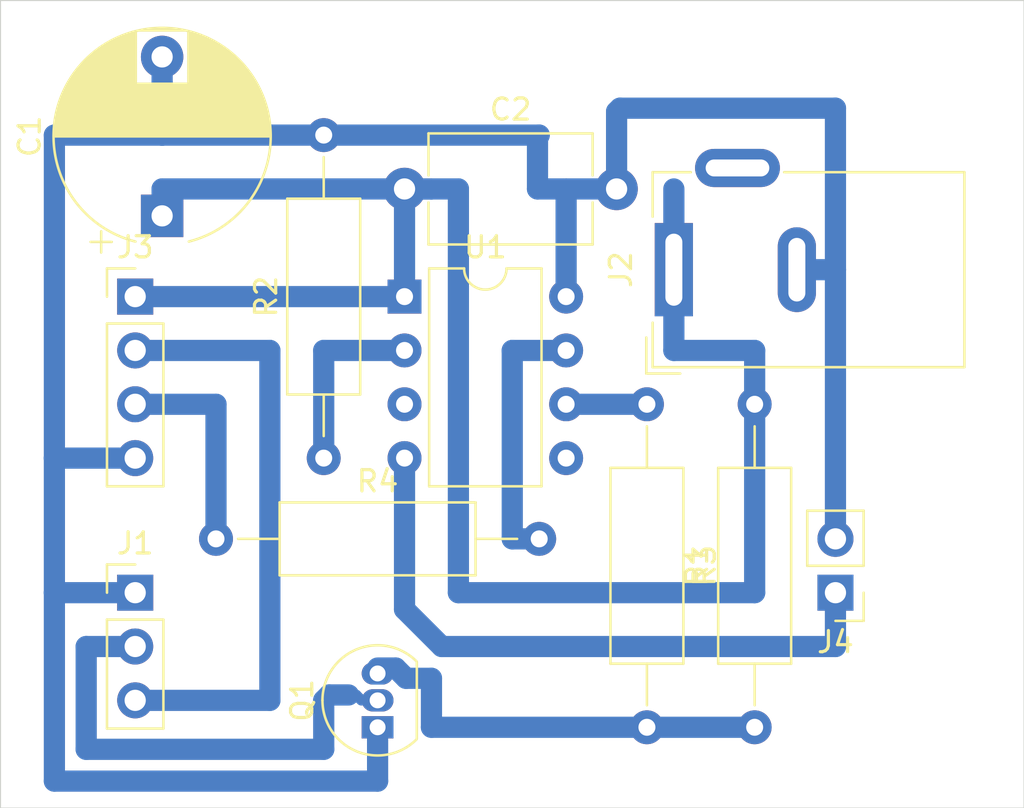
<source format=kicad_pcb>
(kicad_pcb (version 20171130) (host pcbnew "(5.1.9)-1")

  (general
    (thickness 1.6)
    (drawings 4)
    (tracks 66)
    (zones 0)
    (modules 12)
    (nets 11)
  )

  (page A4)
  (layers
    (0 F.Cu jumper)
    (31 B.Cu mixed)
    (33 F.Adhes user)
    (35 F.Paste user)
    (37 F.SilkS user)
    (39 F.Mask user)
    (40 Dwgs.User user)
    (41 Cmts.User user)
    (42 Eco1.User user)
    (43 Eco2.User user)
    (44 Edge.Cuts user)
    (45 Margin user)
    (46 B.CrtYd user)
    (47 F.CrtYd user)
    (49 F.Fab user)
  )

  (setup
    (last_trace_width 0.5)
    (user_trace_width 0.5)
    (user_trace_width 2)
    (trace_clearance 0.5)
    (zone_clearance 0.508)
    (zone_45_only no)
    (trace_min 0.2)
    (via_size 0.8)
    (via_drill 0.4)
    (via_min_size 0.4)
    (via_min_drill 0.3)
    (uvia_size 0.3)
    (uvia_drill 0.1)
    (uvias_allowed no)
    (uvia_min_size 0.2)
    (uvia_min_drill 0.1)
    (edge_width 0.05)
    (segment_width 0.2)
    (pcb_text_width 0.3)
    (pcb_text_size 1.5 1.5)
    (mod_edge_width 0.12)
    (mod_text_size 1 1)
    (mod_text_width 0.15)
    (pad_size 1.524 1.524)
    (pad_drill 0.762)
    (pad_to_mask_clearance 0.051)
    (solder_mask_min_width 0.25)
    (aux_axis_origin 0 0)
    (visible_elements 7FFFFFFF)
    (pcbplotparams
      (layerselection 0x01000_fffffffe)
      (usegerberextensions false)
      (usegerberattributes false)
      (usegerberadvancedattributes false)
      (creategerberjobfile false)
      (excludeedgelayer true)
      (linewidth 0.100000)
      (plotframeref false)
      (viasonmask false)
      (mode 1)
      (useauxorigin false)
      (hpglpennumber 1)
      (hpglpenspeed 20)
      (hpglpendiameter 15.000000)
      (psnegative false)
      (psa4output false)
      (plotreference true)
      (plotvalue true)
      (plotinvisibletext false)
      (padsonsilk false)
      (subtractmaskfromsilk false)
      (outputformat 4)
      (mirror true)
      (drillshape 0)
      (scaleselection 1)
      (outputdirectory ""))
  )

  (net 0 "")
  (net 1 GNDD)
  (net 2 +5P)
  (net 3 "Net-(J1-Pad2)")
  (net 4 "Net-(R3-Pad1)")
  (net 5 "Net-(J1-Pad3)")
  (net 6 "Net-(J3-Pad3)")
  (net 7 "Net-(Q1-Pad3)")
  (net 8 "Net-(R2-Pad1)")
  (net 9 "Net-(R4-Pad2)")
  (net 10 "Net-(J4-Pad1)")

  (net_class Default "This is the default net class."
    (clearance 0.5)
    (trace_width 1)
    (via_dia 0.8)
    (via_drill 0.4)
    (uvia_dia 0.3)
    (uvia_drill 0.1)
    (add_net +5P)
    (add_net GNDD)
    (add_net "Net-(J1-Pad2)")
    (add_net "Net-(J1-Pad3)")
    (add_net "Net-(J3-Pad3)")
    (add_net "Net-(J4-Pad1)")
    (add_net "Net-(Q1-Pad3)")
    (add_net "Net-(R2-Pad1)")
    (add_net "Net-(R3-Pad1)")
    (add_net "Net-(R4-Pad2)")
  )

  (module Package_TO_SOT_THT:TO-92_Inline (layer F.Cu) (tedit 5A1DD157) (tstamp 6176F99E)
    (at 86.36 52.07 90)
    (descr "TO-92 leads in-line, narrow, oval pads, drill 0.75mm (see NXP sot054_po.pdf)")
    (tags "to-92 sc-43 sc-43a sot54 PA33 transistor")
    (path /6174AC5A)
    (fp_text reference Q1 (at 1.27 -3.56 90) (layer F.SilkS)
      (effects (font (size 1 1) (thickness 0.15)))
    )
    (fp_text value 2N7000 (at 1.27 2.79 90) (layer F.Fab)
      (effects (font (size 1 1) (thickness 0.15)))
    )
    (fp_line (start 4 2.01) (end -1.46 2.01) (layer F.CrtYd) (width 0.05))
    (fp_line (start 4 2.01) (end 4 -2.73) (layer F.CrtYd) (width 0.05))
    (fp_line (start -1.46 -2.73) (end -1.46 2.01) (layer F.CrtYd) (width 0.05))
    (fp_line (start -1.46 -2.73) (end 4 -2.73) (layer F.CrtYd) (width 0.05))
    (fp_line (start -0.5 1.75) (end 3 1.75) (layer F.Fab) (width 0.1))
    (fp_line (start -0.53 1.85) (end 3.07 1.85) (layer F.SilkS) (width 0.12))
    (fp_text user %R (at 1.27 0 90) (layer F.Fab)
      (effects (font (size 1 1) (thickness 0.15)))
    )
    (fp_arc (start 1.27 0) (end 1.27 -2.48) (angle 135) (layer F.Fab) (width 0.1))
    (fp_arc (start 1.27 0) (end 1.27 -2.6) (angle -135) (layer F.SilkS) (width 0.12))
    (fp_arc (start 1.27 0) (end 1.27 -2.48) (angle -135) (layer F.Fab) (width 0.1))
    (fp_arc (start 1.27 0) (end 1.27 -2.6) (angle 135) (layer F.SilkS) (width 0.12))
    (pad 2 thru_hole oval (at 1.27 0 90) (size 1.05 1.5) (drill 0.75) (layers *.Cu *.Mask)
      (net 3 "Net-(J1-Pad2)"))
    (pad 3 thru_hole oval (at 2.54 0 90) (size 1.05 1.5) (drill 0.75) (layers *.Cu *.Mask)
      (net 7 "Net-(Q1-Pad3)"))
    (pad 1 thru_hole rect (at 0 0 90) (size 1.05 1.5) (drill 0.75) (layers *.Cu *.Mask)
      (net 1 GNDD))
    (model ${KISYS3DMOD}/Package_TO_SOT_THT.3dshapes/TO-92_Inline.wrl
      (at (xyz 0 0 0))
      (scale (xyz 1 1 1))
      (rotate (xyz 0 0 0))
    )
  )

  (module Connector_PinHeader_2.54mm:PinHeader_1x02_P2.54mm_Vertical (layer F.Cu) (tedit 59FED5CC) (tstamp 61A1F1F6)
    (at 107.95 45.72 180)
    (descr "Through hole straight pin header, 1x02, 2.54mm pitch, single row")
    (tags "Through hole pin header THT 1x02 2.54mm single row")
    (path /61A247ED)
    (fp_text reference J4 (at 0 -2.33) (layer F.SilkS)
      (effects (font (size 1 1) (thickness 0.15)))
    )
    (fp_text value Jumper (at 0 4.87) (layer F.Fab)
      (effects (font (size 1 1) (thickness 0.15)))
    )
    (fp_text user %R (at 0 1.27 90) (layer F.Fab)
      (effects (font (size 1 1) (thickness 0.15)))
    )
    (fp_line (start -0.635 -1.27) (end 1.27 -1.27) (layer F.Fab) (width 0.1))
    (fp_line (start 1.27 -1.27) (end 1.27 3.81) (layer F.Fab) (width 0.1))
    (fp_line (start 1.27 3.81) (end -1.27 3.81) (layer F.Fab) (width 0.1))
    (fp_line (start -1.27 3.81) (end -1.27 -0.635) (layer F.Fab) (width 0.1))
    (fp_line (start -1.27 -0.635) (end -0.635 -1.27) (layer F.Fab) (width 0.1))
    (fp_line (start -1.33 3.87) (end 1.33 3.87) (layer F.SilkS) (width 0.12))
    (fp_line (start -1.33 1.27) (end -1.33 3.87) (layer F.SilkS) (width 0.12))
    (fp_line (start 1.33 1.27) (end 1.33 3.87) (layer F.SilkS) (width 0.12))
    (fp_line (start -1.33 1.27) (end 1.33 1.27) (layer F.SilkS) (width 0.12))
    (fp_line (start -1.33 0) (end -1.33 -1.33) (layer F.SilkS) (width 0.12))
    (fp_line (start -1.33 -1.33) (end 0 -1.33) (layer F.SilkS) (width 0.12))
    (fp_line (start -1.8 -1.8) (end -1.8 4.35) (layer F.CrtYd) (width 0.05))
    (fp_line (start -1.8 4.35) (end 1.8 4.35) (layer F.CrtYd) (width 0.05))
    (fp_line (start 1.8 4.35) (end 1.8 -1.8) (layer F.CrtYd) (width 0.05))
    (fp_line (start 1.8 -1.8) (end -1.8 -1.8) (layer F.CrtYd) (width 0.05))
    (pad 2 thru_hole oval (at 0 2.54 180) (size 1.7 1.7) (drill 1) (layers *.Cu *.Mask)
      (net 1 GNDD))
    (pad 1 thru_hole rect (at 0 0 180) (size 1.7 1.7) (drill 1) (layers *.Cu *.Mask)
      (net 10 "Net-(J4-Pad1)"))
    (model ${KISYS3DMOD}/Connector_PinHeader_2.54mm.3dshapes/PinHeader_1x02_P2.54mm_Vertical.wrl
      (at (xyz 0 0 0))
      (scale (xyz 1 1 1))
      (rotate (xyz 0 0 0))
    )
  )

  (module Capacitor_THT:C_Disc_D7.5mm_W5.0mm_P10.00mm (layer F.Cu) (tedit 5AE50EF0) (tstamp 61784D09)
    (at 87.63 26.67)
    (descr "C, Disc series, Radial, pin pitch=10.00mm, , diameter*width=7.5*5.0mm^2, Capacitor, http://www.vishay.com/docs/28535/vy2series.pdf")
    (tags "C Disc series Radial pin pitch 10.00mm  diameter 7.5mm width 5.0mm Capacitor")
    (path /61781CDD)
    (fp_text reference C2 (at 5 -3.75) (layer F.SilkS)
      (effects (font (size 1 1) (thickness 0.15)))
    )
    (fp_text value 100nF (at 5 3.75) (layer F.Fab)
      (effects (font (size 1 1) (thickness 0.15)))
    )
    (fp_line (start 11.25 -2.75) (end -1.25 -2.75) (layer F.CrtYd) (width 0.05))
    (fp_line (start 11.25 2.75) (end 11.25 -2.75) (layer F.CrtYd) (width 0.05))
    (fp_line (start -1.25 2.75) (end 11.25 2.75) (layer F.CrtYd) (width 0.05))
    (fp_line (start -1.25 -2.75) (end -1.25 2.75) (layer F.CrtYd) (width 0.05))
    (fp_line (start 8.87 0.636) (end 8.87 2.62) (layer F.SilkS) (width 0.12))
    (fp_line (start 8.87 -2.62) (end 8.87 -0.636) (layer F.SilkS) (width 0.12))
    (fp_line (start 1.13 0.636) (end 1.13 2.62) (layer F.SilkS) (width 0.12))
    (fp_line (start 1.13 -2.62) (end 1.13 -0.636) (layer F.SilkS) (width 0.12))
    (fp_line (start 1.13 2.62) (end 8.87 2.62) (layer F.SilkS) (width 0.12))
    (fp_line (start 1.13 -2.62) (end 8.87 -2.62) (layer F.SilkS) (width 0.12))
    (fp_line (start 8.75 -2.5) (end 1.25 -2.5) (layer F.Fab) (width 0.1))
    (fp_line (start 8.75 2.5) (end 8.75 -2.5) (layer F.Fab) (width 0.1))
    (fp_line (start 1.25 2.5) (end 8.75 2.5) (layer F.Fab) (width 0.1))
    (fp_line (start 1.25 -2.5) (end 1.25 2.5) (layer F.Fab) (width 0.1))
    (fp_text user %R (at 5 0) (layer F.Fab)
      (effects (font (size 1 1) (thickness 0.15)))
    )
    (pad 2 thru_hole circle (at 10 0) (size 2 2) (drill 1) (layers *.Cu *.Mask)
      (net 1 GNDD))
    (pad 1 thru_hole circle (at 0 0) (size 2 2) (drill 1) (layers *.Cu *.Mask)
      (net 2 +5P))
    (model ${KISYS3DMOD}/Capacitor_THT.3dshapes/C_Disc_D7.5mm_W5.0mm_P10.00mm.wrl
      (at (xyz 0 0 0))
      (scale (xyz 1 1 1))
      (rotate (xyz 0 0 0))
    )
  )

  (module Capacitor_THT:CP_Radial_D10.0mm_P7.50mm (layer F.Cu) (tedit 5AE50EF1) (tstamp 61784CF4)
    (at 76.2 27.94 90)
    (descr "CP, Radial series, Radial, pin pitch=7.50mm, , diameter=10mm, Electrolytic Capacitor")
    (tags "CP Radial series Radial pin pitch 7.50mm  diameter 10mm Electrolytic Capacitor")
    (path /617830B4)
    (fp_text reference C1 (at 3.75 -6.25 90) (layer F.SilkS)
      (effects (font (size 1 1) (thickness 0.15)))
    )
    (fp_text value 100uF (at 3.75 6.25 90) (layer F.Fab)
      (effects (font (size 1 1) (thickness 0.15)))
    )
    (fp_line (start -1.229646 -3.375) (end -1.229646 -2.375) (layer F.SilkS) (width 0.12))
    (fp_line (start -1.729646 -2.875) (end -0.729646 -2.875) (layer F.SilkS) (width 0.12))
    (fp_line (start 8.831 -0.599) (end 8.831 0.599) (layer F.SilkS) (width 0.12))
    (fp_line (start 8.791 -0.862) (end 8.791 0.862) (layer F.SilkS) (width 0.12))
    (fp_line (start 8.751 -1.062) (end 8.751 1.062) (layer F.SilkS) (width 0.12))
    (fp_line (start 8.671 1.241) (end 8.671 1.378) (layer F.SilkS) (width 0.12))
    (fp_line (start 8.671 -1.378) (end 8.671 -1.241) (layer F.SilkS) (width 0.12))
    (fp_line (start 8.631 1.241) (end 8.631 1.51) (layer F.SilkS) (width 0.12))
    (fp_line (start 8.631 -1.51) (end 8.631 -1.241) (layer F.SilkS) (width 0.12))
    (fp_line (start 8.591 1.241) (end 8.591 1.63) (layer F.SilkS) (width 0.12))
    (fp_line (start 8.591 -1.63) (end 8.591 -1.241) (layer F.SilkS) (width 0.12))
    (fp_line (start 8.551 1.241) (end 8.551 1.742) (layer F.SilkS) (width 0.12))
    (fp_line (start 8.551 -1.742) (end 8.551 -1.241) (layer F.SilkS) (width 0.12))
    (fp_line (start 8.511 1.241) (end 8.511 1.846) (layer F.SilkS) (width 0.12))
    (fp_line (start 8.511 -1.846) (end 8.511 -1.241) (layer F.SilkS) (width 0.12))
    (fp_line (start 8.471 1.241) (end 8.471 1.944) (layer F.SilkS) (width 0.12))
    (fp_line (start 8.471 -1.944) (end 8.471 -1.241) (layer F.SilkS) (width 0.12))
    (fp_line (start 8.431 1.241) (end 8.431 2.037) (layer F.SilkS) (width 0.12))
    (fp_line (start 8.431 -2.037) (end 8.431 -1.241) (layer F.SilkS) (width 0.12))
    (fp_line (start 8.391 1.241) (end 8.391 2.125) (layer F.SilkS) (width 0.12))
    (fp_line (start 8.391 -2.125) (end 8.391 -1.241) (layer F.SilkS) (width 0.12))
    (fp_line (start 8.351 1.241) (end 8.351 2.209) (layer F.SilkS) (width 0.12))
    (fp_line (start 8.351 -2.209) (end 8.351 -1.241) (layer F.SilkS) (width 0.12))
    (fp_line (start 8.311 1.241) (end 8.311 2.289) (layer F.SilkS) (width 0.12))
    (fp_line (start 8.311 -2.289) (end 8.311 -1.241) (layer F.SilkS) (width 0.12))
    (fp_line (start 8.271 1.241) (end 8.271 2.365) (layer F.SilkS) (width 0.12))
    (fp_line (start 8.271 -2.365) (end 8.271 -1.241) (layer F.SilkS) (width 0.12))
    (fp_line (start 8.231 1.241) (end 8.231 2.439) (layer F.SilkS) (width 0.12))
    (fp_line (start 8.231 -2.439) (end 8.231 -1.241) (layer F.SilkS) (width 0.12))
    (fp_line (start 8.191 1.241) (end 8.191 2.51) (layer F.SilkS) (width 0.12))
    (fp_line (start 8.191 -2.51) (end 8.191 -1.241) (layer F.SilkS) (width 0.12))
    (fp_line (start 8.151 1.241) (end 8.151 2.579) (layer F.SilkS) (width 0.12))
    (fp_line (start 8.151 -2.579) (end 8.151 -1.241) (layer F.SilkS) (width 0.12))
    (fp_line (start 8.111 1.241) (end 8.111 2.645) (layer F.SilkS) (width 0.12))
    (fp_line (start 8.111 -2.645) (end 8.111 -1.241) (layer F.SilkS) (width 0.12))
    (fp_line (start 8.071 1.241) (end 8.071 2.709) (layer F.SilkS) (width 0.12))
    (fp_line (start 8.071 -2.709) (end 8.071 -1.241) (layer F.SilkS) (width 0.12))
    (fp_line (start 8.031 1.241) (end 8.031 2.77) (layer F.SilkS) (width 0.12))
    (fp_line (start 8.031 -2.77) (end 8.031 -1.241) (layer F.SilkS) (width 0.12))
    (fp_line (start 7.991 1.241) (end 7.991 2.83) (layer F.SilkS) (width 0.12))
    (fp_line (start 7.991 -2.83) (end 7.991 -1.241) (layer F.SilkS) (width 0.12))
    (fp_line (start 7.951 1.241) (end 7.951 2.889) (layer F.SilkS) (width 0.12))
    (fp_line (start 7.951 -2.889) (end 7.951 -1.241) (layer F.SilkS) (width 0.12))
    (fp_line (start 7.911 1.241) (end 7.911 2.945) (layer F.SilkS) (width 0.12))
    (fp_line (start 7.911 -2.945) (end 7.911 -1.241) (layer F.SilkS) (width 0.12))
    (fp_line (start 7.871 1.241) (end 7.871 3) (layer F.SilkS) (width 0.12))
    (fp_line (start 7.871 -3) (end 7.871 -1.241) (layer F.SilkS) (width 0.12))
    (fp_line (start 7.831 1.241) (end 7.831 3.054) (layer F.SilkS) (width 0.12))
    (fp_line (start 7.831 -3.054) (end 7.831 -1.241) (layer F.SilkS) (width 0.12))
    (fp_line (start 7.791 1.241) (end 7.791 3.106) (layer F.SilkS) (width 0.12))
    (fp_line (start 7.791 -3.106) (end 7.791 -1.241) (layer F.SilkS) (width 0.12))
    (fp_line (start 7.751 1.241) (end 7.751 3.156) (layer F.SilkS) (width 0.12))
    (fp_line (start 7.751 -3.156) (end 7.751 -1.241) (layer F.SilkS) (width 0.12))
    (fp_line (start 7.711 1.241) (end 7.711 3.206) (layer F.SilkS) (width 0.12))
    (fp_line (start 7.711 -3.206) (end 7.711 -1.241) (layer F.SilkS) (width 0.12))
    (fp_line (start 7.671 1.241) (end 7.671 3.254) (layer F.SilkS) (width 0.12))
    (fp_line (start 7.671 -3.254) (end 7.671 -1.241) (layer F.SilkS) (width 0.12))
    (fp_line (start 7.631 1.241) (end 7.631 3.301) (layer F.SilkS) (width 0.12))
    (fp_line (start 7.631 -3.301) (end 7.631 -1.241) (layer F.SilkS) (width 0.12))
    (fp_line (start 7.591 1.241) (end 7.591 3.347) (layer F.SilkS) (width 0.12))
    (fp_line (start 7.591 -3.347) (end 7.591 -1.241) (layer F.SilkS) (width 0.12))
    (fp_line (start 7.551 1.241) (end 7.551 3.392) (layer F.SilkS) (width 0.12))
    (fp_line (start 7.551 -3.392) (end 7.551 -1.241) (layer F.SilkS) (width 0.12))
    (fp_line (start 7.511 1.241) (end 7.511 3.436) (layer F.SilkS) (width 0.12))
    (fp_line (start 7.511 -3.436) (end 7.511 -1.241) (layer F.SilkS) (width 0.12))
    (fp_line (start 7.471 1.241) (end 7.471 3.478) (layer F.SilkS) (width 0.12))
    (fp_line (start 7.471 -3.478) (end 7.471 -1.241) (layer F.SilkS) (width 0.12))
    (fp_line (start 7.431 1.241) (end 7.431 3.52) (layer F.SilkS) (width 0.12))
    (fp_line (start 7.431 -3.52) (end 7.431 -1.241) (layer F.SilkS) (width 0.12))
    (fp_line (start 7.391 1.241) (end 7.391 3.561) (layer F.SilkS) (width 0.12))
    (fp_line (start 7.391 -3.561) (end 7.391 -1.241) (layer F.SilkS) (width 0.12))
    (fp_line (start 7.351 1.241) (end 7.351 3.601) (layer F.SilkS) (width 0.12))
    (fp_line (start 7.351 -3.601) (end 7.351 -1.241) (layer F.SilkS) (width 0.12))
    (fp_line (start 7.311 1.241) (end 7.311 3.64) (layer F.SilkS) (width 0.12))
    (fp_line (start 7.311 -3.64) (end 7.311 -1.241) (layer F.SilkS) (width 0.12))
    (fp_line (start 7.271 1.241) (end 7.271 3.679) (layer F.SilkS) (width 0.12))
    (fp_line (start 7.271 -3.679) (end 7.271 -1.241) (layer F.SilkS) (width 0.12))
    (fp_line (start 7.231 1.241) (end 7.231 3.716) (layer F.SilkS) (width 0.12))
    (fp_line (start 7.231 -3.716) (end 7.231 -1.241) (layer F.SilkS) (width 0.12))
    (fp_line (start 7.191 1.241) (end 7.191 3.753) (layer F.SilkS) (width 0.12))
    (fp_line (start 7.191 -3.753) (end 7.191 -1.241) (layer F.SilkS) (width 0.12))
    (fp_line (start 7.151 1.241) (end 7.151 3.789) (layer F.SilkS) (width 0.12))
    (fp_line (start 7.151 -3.789) (end 7.151 -1.241) (layer F.SilkS) (width 0.12))
    (fp_line (start 7.111 1.241) (end 7.111 3.824) (layer F.SilkS) (width 0.12))
    (fp_line (start 7.111 -3.824) (end 7.111 -1.241) (layer F.SilkS) (width 0.12))
    (fp_line (start 7.071 1.241) (end 7.071 3.858) (layer F.SilkS) (width 0.12))
    (fp_line (start 7.071 -3.858) (end 7.071 -1.241) (layer F.SilkS) (width 0.12))
    (fp_line (start 7.031 1.241) (end 7.031 3.892) (layer F.SilkS) (width 0.12))
    (fp_line (start 7.031 -3.892) (end 7.031 -1.241) (layer F.SilkS) (width 0.12))
    (fp_line (start 6.991 1.241) (end 6.991 3.925) (layer F.SilkS) (width 0.12))
    (fp_line (start 6.991 -3.925) (end 6.991 -1.241) (layer F.SilkS) (width 0.12))
    (fp_line (start 6.951 1.241) (end 6.951 3.957) (layer F.SilkS) (width 0.12))
    (fp_line (start 6.951 -3.957) (end 6.951 -1.241) (layer F.SilkS) (width 0.12))
    (fp_line (start 6.911 1.241) (end 6.911 3.989) (layer F.SilkS) (width 0.12))
    (fp_line (start 6.911 -3.989) (end 6.911 -1.241) (layer F.SilkS) (width 0.12))
    (fp_line (start 6.871 1.241) (end 6.871 4.02) (layer F.SilkS) (width 0.12))
    (fp_line (start 6.871 -4.02) (end 6.871 -1.241) (layer F.SilkS) (width 0.12))
    (fp_line (start 6.831 1.241) (end 6.831 4.05) (layer F.SilkS) (width 0.12))
    (fp_line (start 6.831 -4.05) (end 6.831 -1.241) (layer F.SilkS) (width 0.12))
    (fp_line (start 6.791 1.241) (end 6.791 4.08) (layer F.SilkS) (width 0.12))
    (fp_line (start 6.791 -4.08) (end 6.791 -1.241) (layer F.SilkS) (width 0.12))
    (fp_line (start 6.751 1.241) (end 6.751 4.11) (layer F.SilkS) (width 0.12))
    (fp_line (start 6.751 -4.11) (end 6.751 -1.241) (layer F.SilkS) (width 0.12))
    (fp_line (start 6.711 1.241) (end 6.711 4.138) (layer F.SilkS) (width 0.12))
    (fp_line (start 6.711 -4.138) (end 6.711 -1.241) (layer F.SilkS) (width 0.12))
    (fp_line (start 6.671 1.241) (end 6.671 4.166) (layer F.SilkS) (width 0.12))
    (fp_line (start 6.671 -4.166) (end 6.671 -1.241) (layer F.SilkS) (width 0.12))
    (fp_line (start 6.631 1.241) (end 6.631 4.194) (layer F.SilkS) (width 0.12))
    (fp_line (start 6.631 -4.194) (end 6.631 -1.241) (layer F.SilkS) (width 0.12))
    (fp_line (start 6.591 1.241) (end 6.591 4.221) (layer F.SilkS) (width 0.12))
    (fp_line (start 6.591 -4.221) (end 6.591 -1.241) (layer F.SilkS) (width 0.12))
    (fp_line (start 6.551 1.241) (end 6.551 4.247) (layer F.SilkS) (width 0.12))
    (fp_line (start 6.551 -4.247) (end 6.551 -1.241) (layer F.SilkS) (width 0.12))
    (fp_line (start 6.511 1.241) (end 6.511 4.273) (layer F.SilkS) (width 0.12))
    (fp_line (start 6.511 -4.273) (end 6.511 -1.241) (layer F.SilkS) (width 0.12))
    (fp_line (start 6.471 1.241) (end 6.471 4.298) (layer F.SilkS) (width 0.12))
    (fp_line (start 6.471 -4.298) (end 6.471 -1.241) (layer F.SilkS) (width 0.12))
    (fp_line (start 6.431 1.241) (end 6.431 4.323) (layer F.SilkS) (width 0.12))
    (fp_line (start 6.431 -4.323) (end 6.431 -1.241) (layer F.SilkS) (width 0.12))
    (fp_line (start 6.391 1.241) (end 6.391 4.347) (layer F.SilkS) (width 0.12))
    (fp_line (start 6.391 -4.347) (end 6.391 -1.241) (layer F.SilkS) (width 0.12))
    (fp_line (start 6.351 1.241) (end 6.351 4.371) (layer F.SilkS) (width 0.12))
    (fp_line (start 6.351 -4.371) (end 6.351 -1.241) (layer F.SilkS) (width 0.12))
    (fp_line (start 6.311 1.241) (end 6.311 4.395) (layer F.SilkS) (width 0.12))
    (fp_line (start 6.311 -4.395) (end 6.311 -1.241) (layer F.SilkS) (width 0.12))
    (fp_line (start 6.271 1.241) (end 6.271 4.417) (layer F.SilkS) (width 0.12))
    (fp_line (start 6.271 -4.417) (end 6.271 -1.241) (layer F.SilkS) (width 0.12))
    (fp_line (start 6.231 -4.44) (end 6.231 4.44) (layer F.SilkS) (width 0.12))
    (fp_line (start 6.191 -4.462) (end 6.191 4.462) (layer F.SilkS) (width 0.12))
    (fp_line (start 6.151 -4.483) (end 6.151 4.483) (layer F.SilkS) (width 0.12))
    (fp_line (start 6.111 -4.504) (end 6.111 4.504) (layer F.SilkS) (width 0.12))
    (fp_line (start 6.071 -4.525) (end 6.071 4.525) (layer F.SilkS) (width 0.12))
    (fp_line (start 6.031 -4.545) (end 6.031 4.545) (layer F.SilkS) (width 0.12))
    (fp_line (start 5.991 -4.564) (end 5.991 4.564) (layer F.SilkS) (width 0.12))
    (fp_line (start 5.951 -4.584) (end 5.951 4.584) (layer F.SilkS) (width 0.12))
    (fp_line (start 5.911 -4.603) (end 5.911 4.603) (layer F.SilkS) (width 0.12))
    (fp_line (start 5.871 -4.621) (end 5.871 4.621) (layer F.SilkS) (width 0.12))
    (fp_line (start 5.831 -4.639) (end 5.831 4.639) (layer F.SilkS) (width 0.12))
    (fp_line (start 5.791 -4.657) (end 5.791 4.657) (layer F.SilkS) (width 0.12))
    (fp_line (start 5.751 -4.674) (end 5.751 4.674) (layer F.SilkS) (width 0.12))
    (fp_line (start 5.711 -4.69) (end 5.711 4.69) (layer F.SilkS) (width 0.12))
    (fp_line (start 5.671 -4.707) (end 5.671 4.707) (layer F.SilkS) (width 0.12))
    (fp_line (start 5.631 -4.723) (end 5.631 4.723) (layer F.SilkS) (width 0.12))
    (fp_line (start 5.591 -4.738) (end 5.591 4.738) (layer F.SilkS) (width 0.12))
    (fp_line (start 5.551 -4.754) (end 5.551 4.754) (layer F.SilkS) (width 0.12))
    (fp_line (start 5.511 -4.768) (end 5.511 4.768) (layer F.SilkS) (width 0.12))
    (fp_line (start 5.471 -4.783) (end 5.471 4.783) (layer F.SilkS) (width 0.12))
    (fp_line (start 5.431 -4.797) (end 5.431 4.797) (layer F.SilkS) (width 0.12))
    (fp_line (start 5.391 -4.811) (end 5.391 4.811) (layer F.SilkS) (width 0.12))
    (fp_line (start 5.351 -4.824) (end 5.351 4.824) (layer F.SilkS) (width 0.12))
    (fp_line (start 5.311 -4.837) (end 5.311 4.837) (layer F.SilkS) (width 0.12))
    (fp_line (start 5.271 -4.85) (end 5.271 4.85) (layer F.SilkS) (width 0.12))
    (fp_line (start 5.231 -4.862) (end 5.231 4.862) (layer F.SilkS) (width 0.12))
    (fp_line (start 5.191 -4.874) (end 5.191 4.874) (layer F.SilkS) (width 0.12))
    (fp_line (start 5.151 -4.885) (end 5.151 4.885) (layer F.SilkS) (width 0.12))
    (fp_line (start 5.111 -4.897) (end 5.111 4.897) (layer F.SilkS) (width 0.12))
    (fp_line (start 5.071 -4.907) (end 5.071 4.907) (layer F.SilkS) (width 0.12))
    (fp_line (start 5.031 -4.918) (end 5.031 4.918) (layer F.SilkS) (width 0.12))
    (fp_line (start 4.991 -4.928) (end 4.991 4.928) (layer F.SilkS) (width 0.12))
    (fp_line (start 4.951 -4.938) (end 4.951 4.938) (layer F.SilkS) (width 0.12))
    (fp_line (start 4.911 -4.947) (end 4.911 4.947) (layer F.SilkS) (width 0.12))
    (fp_line (start 4.871 -4.956) (end 4.871 4.956) (layer F.SilkS) (width 0.12))
    (fp_line (start 4.831 -4.965) (end 4.831 4.965) (layer F.SilkS) (width 0.12))
    (fp_line (start 4.791 -4.974) (end 4.791 4.974) (layer F.SilkS) (width 0.12))
    (fp_line (start 4.751 -4.982) (end 4.751 4.982) (layer F.SilkS) (width 0.12))
    (fp_line (start 4.711 -4.99) (end 4.711 4.99) (layer F.SilkS) (width 0.12))
    (fp_line (start 4.671 -4.997) (end 4.671 4.997) (layer F.SilkS) (width 0.12))
    (fp_line (start 4.631 -5.004) (end 4.631 5.004) (layer F.SilkS) (width 0.12))
    (fp_line (start 4.591 -5.011) (end 4.591 5.011) (layer F.SilkS) (width 0.12))
    (fp_line (start 4.551 -5.018) (end 4.551 5.018) (layer F.SilkS) (width 0.12))
    (fp_line (start 4.511 -5.024) (end 4.511 5.024) (layer F.SilkS) (width 0.12))
    (fp_line (start 4.471 -5.03) (end 4.471 5.03) (layer F.SilkS) (width 0.12))
    (fp_line (start 4.43 -5.035) (end 4.43 5.035) (layer F.SilkS) (width 0.12))
    (fp_line (start 4.39 -5.04) (end 4.39 5.04) (layer F.SilkS) (width 0.12))
    (fp_line (start 4.35 -5.045) (end 4.35 5.045) (layer F.SilkS) (width 0.12))
    (fp_line (start 4.31 -5.05) (end 4.31 5.05) (layer F.SilkS) (width 0.12))
    (fp_line (start 4.27 -5.054) (end 4.27 5.054) (layer F.SilkS) (width 0.12))
    (fp_line (start 4.23 -5.058) (end 4.23 5.058) (layer F.SilkS) (width 0.12))
    (fp_line (start 4.19 -5.062) (end 4.19 5.062) (layer F.SilkS) (width 0.12))
    (fp_line (start 4.15 -5.065) (end 4.15 5.065) (layer F.SilkS) (width 0.12))
    (fp_line (start 4.11 -5.068) (end 4.11 5.068) (layer F.SilkS) (width 0.12))
    (fp_line (start 4.07 -5.07) (end 4.07 5.07) (layer F.SilkS) (width 0.12))
    (fp_line (start 4.03 -5.073) (end 4.03 5.073) (layer F.SilkS) (width 0.12))
    (fp_line (start 3.99 -5.075) (end 3.99 5.075) (layer F.SilkS) (width 0.12))
    (fp_line (start 3.95 -5.077) (end 3.95 5.077) (layer F.SilkS) (width 0.12))
    (fp_line (start 3.91 -5.078) (end 3.91 5.078) (layer F.SilkS) (width 0.12))
    (fp_line (start 3.87 -5.079) (end 3.87 5.079) (layer F.SilkS) (width 0.12))
    (fp_line (start 3.83 -5.08) (end 3.83 5.08) (layer F.SilkS) (width 0.12))
    (fp_line (start 3.79 -5.08) (end 3.79 5.08) (layer F.SilkS) (width 0.12))
    (fp_line (start 3.75 -5.08) (end 3.75 5.08) (layer F.SilkS) (width 0.12))
    (fp_line (start -0.038861 -2.6875) (end -0.038861 -1.6875) (layer F.Fab) (width 0.1))
    (fp_line (start -0.538861 -2.1875) (end 0.461139 -2.1875) (layer F.Fab) (width 0.1))
    (fp_circle (center 3.75 0) (end 9 0) (layer F.CrtYd) (width 0.05))
    (fp_circle (center 3.75 0) (end 8.75 0) (layer F.Fab) (width 0.1))
    (fp_text user %R (at 3.75 0 90) (layer F.Fab)
      (effects (font (size 1 1) (thickness 0.15)))
    )
    (fp_arc (start 3.75 0) (end -1.21254 -1.26) (angle 331.50704) (layer F.SilkS) (width 0.12))
    (pad 2 thru_hole circle (at 7.5 0 90) (size 2 2) (drill 1) (layers *.Cu *.Mask)
      (net 1 GNDD))
    (pad 1 thru_hole rect (at 0 0 90) (size 2 2) (drill 1) (layers *.Cu *.Mask)
      (net 2 +5P))
    (model ${KISYS3DMOD}/Capacitor_THT.3dshapes/CP_Radial_D10.0mm_P7.50mm.wrl
      (at (xyz 0 0 0))
      (scale (xyz 1 1 1))
      (rotate (xyz 0 0 0))
    )
  )

  (module Resistor_THT:R_Axial_DIN0309_L9.0mm_D3.2mm_P15.24mm_Horizontal (layer F.Cu) (tedit 5AE5139B) (tstamp 61784E16)
    (at 78.74 43.18)
    (descr "Resistor, Axial_DIN0309 series, Axial, Horizontal, pin pitch=15.24mm, 0.5W = 1/2W, length*diameter=9*3.2mm^2, http://cdn-reichelt.de/documents/datenblatt/B400/1_4W%23YAG.pdf")
    (tags "Resistor Axial_DIN0309 series Axial Horizontal pin pitch 15.24mm 0.5W = 1/2W length 9mm diameter 3.2mm")
    (path /6177EB51)
    (fp_text reference R4 (at 7.62 -2.72) (layer F.SilkS)
      (effects (font (size 1 1) (thickness 0.15)))
    )
    (fp_text value 10k (at 7.62 2.72) (layer F.Fab)
      (effects (font (size 1 1) (thickness 0.15)))
    )
    (fp_line (start 16.29 -1.85) (end -1.05 -1.85) (layer F.CrtYd) (width 0.05))
    (fp_line (start 16.29 1.85) (end 16.29 -1.85) (layer F.CrtYd) (width 0.05))
    (fp_line (start -1.05 1.85) (end 16.29 1.85) (layer F.CrtYd) (width 0.05))
    (fp_line (start -1.05 -1.85) (end -1.05 1.85) (layer F.CrtYd) (width 0.05))
    (fp_line (start 14.2 0) (end 12.24 0) (layer F.SilkS) (width 0.12))
    (fp_line (start 1.04 0) (end 3 0) (layer F.SilkS) (width 0.12))
    (fp_line (start 12.24 -1.72) (end 3 -1.72) (layer F.SilkS) (width 0.12))
    (fp_line (start 12.24 1.72) (end 12.24 -1.72) (layer F.SilkS) (width 0.12))
    (fp_line (start 3 1.72) (end 12.24 1.72) (layer F.SilkS) (width 0.12))
    (fp_line (start 3 -1.72) (end 3 1.72) (layer F.SilkS) (width 0.12))
    (fp_line (start 15.24 0) (end 12.12 0) (layer F.Fab) (width 0.1))
    (fp_line (start 0 0) (end 3.12 0) (layer F.Fab) (width 0.1))
    (fp_line (start 12.12 -1.6) (end 3.12 -1.6) (layer F.Fab) (width 0.1))
    (fp_line (start 12.12 1.6) (end 12.12 -1.6) (layer F.Fab) (width 0.1))
    (fp_line (start 3.12 1.6) (end 12.12 1.6) (layer F.Fab) (width 0.1))
    (fp_line (start 3.12 -1.6) (end 3.12 1.6) (layer F.Fab) (width 0.1))
    (fp_text user %R (at 10.16 0) (layer F.Fab)
      (effects (font (size 1 1) (thickness 0.15)))
    )
    (pad 2 thru_hole oval (at 15.24 0) (size 1.6 1.6) (drill 0.8) (layers *.Cu *.Mask)
      (net 9 "Net-(R4-Pad2)"))
    (pad 1 thru_hole circle (at 0 0) (size 1.6 1.6) (drill 0.8) (layers *.Cu *.Mask)
      (net 6 "Net-(J3-Pad3)"))
    (model ${KISYS3DMOD}/Resistor_THT.3dshapes/R_Axial_DIN0309_L9.0mm_D3.2mm_P15.24mm_Horizontal.wrl
      (at (xyz 0 0 0))
      (scale (xyz 1 1 1))
      (rotate (xyz 0 0 0))
    )
  )

  (module Resistor_THT:R_Axial_DIN0309_L9.0mm_D3.2mm_P15.24mm_Horizontal (layer F.Cu) (tedit 5AE5139B) (tstamp 6176F9E3)
    (at 99.06 36.83 270)
    (descr "Resistor, Axial_DIN0309 series, Axial, Horizontal, pin pitch=15.24mm, 0.5W = 1/2W, length*diameter=9*3.2mm^2, http://cdn-reichelt.de/documents/datenblatt/B400/1_4W%23YAG.pdf")
    (tags "Resistor Axial_DIN0309 series Axial Horizontal pin pitch 15.24mm 0.5W = 1/2W length 9mm diameter 3.2mm")
    (path /61769851)
    (fp_text reference R3 (at 7.62 -2.72 90) (layer F.SilkS)
      (effects (font (size 1 1) (thickness 0.15)))
    )
    (fp_text value 10k (at 7.62 2.72 90) (layer F.Fab)
      (effects (font (size 1 1) (thickness 0.15)))
    )
    (fp_line (start 16.29 -1.85) (end -1.05 -1.85) (layer F.CrtYd) (width 0.05))
    (fp_line (start 16.29 1.85) (end 16.29 -1.85) (layer F.CrtYd) (width 0.05))
    (fp_line (start -1.05 1.85) (end 16.29 1.85) (layer F.CrtYd) (width 0.05))
    (fp_line (start -1.05 -1.85) (end -1.05 1.85) (layer F.CrtYd) (width 0.05))
    (fp_line (start 14.2 0) (end 12.24 0) (layer F.SilkS) (width 0.12))
    (fp_line (start 1.04 0) (end 3 0) (layer F.SilkS) (width 0.12))
    (fp_line (start 12.24 -1.72) (end 3 -1.72) (layer F.SilkS) (width 0.12))
    (fp_line (start 12.24 1.72) (end 12.24 -1.72) (layer F.SilkS) (width 0.12))
    (fp_line (start 3 1.72) (end 12.24 1.72) (layer F.SilkS) (width 0.12))
    (fp_line (start 3 -1.72) (end 3 1.72) (layer F.SilkS) (width 0.12))
    (fp_line (start 15.24 0) (end 12.12 0) (layer F.Fab) (width 0.1))
    (fp_line (start 0 0) (end 3.12 0) (layer F.Fab) (width 0.1))
    (fp_line (start 12.12 -1.6) (end 3.12 -1.6) (layer F.Fab) (width 0.1))
    (fp_line (start 12.12 1.6) (end 12.12 -1.6) (layer F.Fab) (width 0.1))
    (fp_line (start 3.12 1.6) (end 12.12 1.6) (layer F.Fab) (width 0.1))
    (fp_line (start 3.12 -1.6) (end 3.12 1.6) (layer F.Fab) (width 0.1))
    (fp_text user %R (at 7.62 0 90) (layer F.Fab)
      (effects (font (size 1 1) (thickness 0.15)))
    )
    (pad 2 thru_hole oval (at 15.24 0 270) (size 1.6 1.6) (drill 0.8) (layers *.Cu *.Mask)
      (net 7 "Net-(Q1-Pad3)"))
    (pad 1 thru_hole circle (at 0 0 270) (size 1.6 1.6) (drill 0.8) (layers *.Cu *.Mask)
      (net 4 "Net-(R3-Pad1)"))
    (model ${KISYS3DMOD}/Resistor_THT.3dshapes/R_Axial_DIN0309_L9.0mm_D3.2mm_P15.24mm_Horizontal.wrl
      (at (xyz 0 0 0))
      (scale (xyz 1 1 1))
      (rotate (xyz 0 0 0))
    )
  )

  (module Resistor_THT:R_Axial_DIN0309_L9.0mm_D3.2mm_P15.24mm_Horizontal (layer F.Cu) (tedit 5AE5139B) (tstamp 6176F9CC)
    (at 83.82 39.37 90)
    (descr "Resistor, Axial_DIN0309 series, Axial, Horizontal, pin pitch=15.24mm, 0.5W = 1/2W, length*diameter=9*3.2mm^2, http://cdn-reichelt.de/documents/datenblatt/B400/1_4W%23YAG.pdf")
    (tags "Resistor Axial_DIN0309 series Axial Horizontal pin pitch 15.24mm 0.5W = 1/2W length 9mm diameter 3.2mm")
    (path /5DE8C4EE)
    (fp_text reference R2 (at 7.62 -2.72 90) (layer F.SilkS)
      (effects (font (size 1 1) (thickness 0.15)))
    )
    (fp_text value 10k (at 7.62 2.72 90) (layer F.Fab)
      (effects (font (size 1 1) (thickness 0.15)))
    )
    (fp_line (start 16.29 -1.85) (end -1.05 -1.85) (layer F.CrtYd) (width 0.05))
    (fp_line (start 16.29 1.85) (end 16.29 -1.85) (layer F.CrtYd) (width 0.05))
    (fp_line (start -1.05 1.85) (end 16.29 1.85) (layer F.CrtYd) (width 0.05))
    (fp_line (start -1.05 -1.85) (end -1.05 1.85) (layer F.CrtYd) (width 0.05))
    (fp_line (start 14.2 0) (end 12.24 0) (layer F.SilkS) (width 0.12))
    (fp_line (start 1.04 0) (end 3 0) (layer F.SilkS) (width 0.12))
    (fp_line (start 12.24 -1.72) (end 3 -1.72) (layer F.SilkS) (width 0.12))
    (fp_line (start 12.24 1.72) (end 12.24 -1.72) (layer F.SilkS) (width 0.12))
    (fp_line (start 3 1.72) (end 12.24 1.72) (layer F.SilkS) (width 0.12))
    (fp_line (start 3 -1.72) (end 3 1.72) (layer F.SilkS) (width 0.12))
    (fp_line (start 15.24 0) (end 12.12 0) (layer F.Fab) (width 0.1))
    (fp_line (start 0 0) (end 3.12 0) (layer F.Fab) (width 0.1))
    (fp_line (start 12.12 -1.6) (end 3.12 -1.6) (layer F.Fab) (width 0.1))
    (fp_line (start 12.12 1.6) (end 12.12 -1.6) (layer F.Fab) (width 0.1))
    (fp_line (start 3.12 1.6) (end 12.12 1.6) (layer F.Fab) (width 0.1))
    (fp_line (start 3.12 -1.6) (end 3.12 1.6) (layer F.Fab) (width 0.1))
    (fp_text user %R (at 7.62 0 90) (layer F.Fab)
      (effects (font (size 1 1) (thickness 0.15)))
    )
    (pad 2 thru_hole oval (at 15.24 0 90) (size 1.6 1.6) (drill 0.8) (layers *.Cu *.Mask)
      (net 1 GNDD))
    (pad 1 thru_hole circle (at 0 0 90) (size 1.6 1.6) (drill 0.8) (layers *.Cu *.Mask)
      (net 8 "Net-(R2-Pad1)"))
    (model ${KISYS3DMOD}/Resistor_THT.3dshapes/R_Axial_DIN0309_L9.0mm_D3.2mm_P15.24mm_Horizontal.wrl
      (at (xyz 0 0 0))
      (scale (xyz 1 1 1))
      (rotate (xyz 0 0 0))
    )
  )

  (module Resistor_THT:R_Axial_DIN0309_L9.0mm_D3.2mm_P15.24mm_Horizontal (layer F.Cu) (tedit 5AE5139B) (tstamp 6176F9B5)
    (at 104.14 52.07 90)
    (descr "Resistor, Axial_DIN0309 series, Axial, Horizontal, pin pitch=15.24mm, 0.5W = 1/2W, length*diameter=9*3.2mm^2, http://cdn-reichelt.de/documents/datenblatt/B400/1_4W%23YAG.pdf")
    (tags "Resistor Axial_DIN0309 series Axial Horizontal pin pitch 15.24mm 0.5W = 1/2W length 9mm diameter 3.2mm")
    (path /6176291C)
    (fp_text reference R1 (at 7.62 -2.72 90) (layer F.SilkS)
      (effects (font (size 1 1) (thickness 0.15)))
    )
    (fp_text value 10k (at 7.62 2.72 90) (layer F.Fab)
      (effects (font (size 1 1) (thickness 0.15)))
    )
    (fp_line (start 16.29 -1.85) (end -1.05 -1.85) (layer F.CrtYd) (width 0.05))
    (fp_line (start 16.29 1.85) (end 16.29 -1.85) (layer F.CrtYd) (width 0.05))
    (fp_line (start -1.05 1.85) (end 16.29 1.85) (layer F.CrtYd) (width 0.05))
    (fp_line (start -1.05 -1.85) (end -1.05 1.85) (layer F.CrtYd) (width 0.05))
    (fp_line (start 14.2 0) (end 12.24 0) (layer F.SilkS) (width 0.12))
    (fp_line (start 1.04 0) (end 3 0) (layer F.SilkS) (width 0.12))
    (fp_line (start 12.24 -1.72) (end 3 -1.72) (layer F.SilkS) (width 0.12))
    (fp_line (start 12.24 1.72) (end 12.24 -1.72) (layer F.SilkS) (width 0.12))
    (fp_line (start 3 1.72) (end 12.24 1.72) (layer F.SilkS) (width 0.12))
    (fp_line (start 3 -1.72) (end 3 1.72) (layer F.SilkS) (width 0.12))
    (fp_line (start 15.24 0) (end 12.12 0) (layer F.Fab) (width 0.1))
    (fp_line (start 0 0) (end 3.12 0) (layer F.Fab) (width 0.1))
    (fp_line (start 12.12 -1.6) (end 3.12 -1.6) (layer F.Fab) (width 0.1))
    (fp_line (start 12.12 1.6) (end 12.12 -1.6) (layer F.Fab) (width 0.1))
    (fp_line (start 3.12 1.6) (end 12.12 1.6) (layer F.Fab) (width 0.1))
    (fp_line (start 3.12 -1.6) (end 3.12 1.6) (layer F.Fab) (width 0.1))
    (fp_text user %R (at 7.62 0 90) (layer F.Fab)
      (effects (font (size 1 1) (thickness 0.15)))
    )
    (pad 2 thru_hole oval (at 15.24 0 90) (size 1.6 1.6) (drill 0.8) (layers *.Cu *.Mask)
      (net 2 +5P))
    (pad 1 thru_hole circle (at 0 0 90) (size 1.6 1.6) (drill 0.8) (layers *.Cu *.Mask)
      (net 7 "Net-(Q1-Pad3)"))
    (model ${KISYS3DMOD}/Resistor_THT.3dshapes/R_Axial_DIN0309_L9.0mm_D3.2mm_P15.24mm_Horizontal.wrl
      (at (xyz 0 0 0))
      (scale (xyz 1 1 1))
      (rotate (xyz 0 0 0))
    )
  )

  (module Connector_PinHeader_2.54mm:PinHeader_1x03_P2.54mm_Vertical (layer F.Cu) (tedit 59FED5CC) (tstamp 6176F957)
    (at 74.93 45.72)
    (descr "Through hole straight pin header, 1x03, 2.54mm pitch, single row")
    (tags "Through hole pin header THT 1x03 2.54mm single row")
    (path /6174466F)
    (fp_text reference J1 (at 0 -2.33) (layer F.SilkS)
      (effects (font (size 1 1) (thickness 0.15)))
    )
    (fp_text value "From PC" (at 0 7.41) (layer F.Fab)
      (effects (font (size 1 1) (thickness 0.15)))
    )
    (fp_line (start 1.8 -1.8) (end -1.8 -1.8) (layer F.CrtYd) (width 0.05))
    (fp_line (start 1.8 6.85) (end 1.8 -1.8) (layer F.CrtYd) (width 0.05))
    (fp_line (start -1.8 6.85) (end 1.8 6.85) (layer F.CrtYd) (width 0.05))
    (fp_line (start -1.8 -1.8) (end -1.8 6.85) (layer F.CrtYd) (width 0.05))
    (fp_line (start -1.33 -1.33) (end 0 -1.33) (layer F.SilkS) (width 0.12))
    (fp_line (start -1.33 0) (end -1.33 -1.33) (layer F.SilkS) (width 0.12))
    (fp_line (start -1.33 1.27) (end 1.33 1.27) (layer F.SilkS) (width 0.12))
    (fp_line (start 1.33 1.27) (end 1.33 6.41) (layer F.SilkS) (width 0.12))
    (fp_line (start -1.33 1.27) (end -1.33 6.41) (layer F.SilkS) (width 0.12))
    (fp_line (start -1.33 6.41) (end 1.33 6.41) (layer F.SilkS) (width 0.12))
    (fp_line (start -1.27 -0.635) (end -0.635 -1.27) (layer F.Fab) (width 0.1))
    (fp_line (start -1.27 6.35) (end -1.27 -0.635) (layer F.Fab) (width 0.1))
    (fp_line (start 1.27 6.35) (end -1.27 6.35) (layer F.Fab) (width 0.1))
    (fp_line (start 1.27 -1.27) (end 1.27 6.35) (layer F.Fab) (width 0.1))
    (fp_line (start -0.635 -1.27) (end 1.27 -1.27) (layer F.Fab) (width 0.1))
    (fp_text user %R (at 0 2.54 90) (layer F.Fab)
      (effects (font (size 1 1) (thickness 0.15)))
    )
    (pad 1 thru_hole rect (at 0 0) (size 1.7 1.7) (drill 1) (layers *.Cu *.Mask)
      (net 1 GNDD))
    (pad 2 thru_hole oval (at 0 2.54) (size 1.7 1.7) (drill 1) (layers *.Cu *.Mask)
      (net 3 "Net-(J1-Pad2)"))
    (pad 3 thru_hole oval (at 0 5.08) (size 1.7 1.7) (drill 1) (layers *.Cu *.Mask)
      (net 5 "Net-(J1-Pad3)"))
    (model ${KISYS3DMOD}/Connector_PinHeader_2.54mm.3dshapes/PinHeader_1x03_P2.54mm_Vertical.wrl
      (at (xyz 0 0 0))
      (scale (xyz 1 1 1))
      (rotate (xyz 0 0 0))
    )
  )

  (module Connector_BarrelJack:BarrelJack_Wuerth_6941xx301002 (layer F.Cu) (tedit 5B191DE1) (tstamp 6176F974)
    (at 100.33 30.48 90)
    (descr "Wuerth electronics barrel jack connector (5.5mm outher diameter, inner diameter 2.05mm or 2.55mm depending on exact order number), See: http://katalog.we-online.de/em/datasheet/6941xx301002.pdf")
    (tags "connector barrel jack")
    (path /617470D3)
    (fp_text reference J2 (at 0 -2.5 90) (layer F.SilkS)
      (effects (font (size 1 1) (thickness 0.15)))
    )
    (fp_text value Power (at 0 15.5 90) (layer F.Fab)
      (effects (font (size 1 1) (thickness 0.15)))
    )
    (fp_line (start -4.6 -1) (end -2.5 -1) (layer F.SilkS) (width 0.12))
    (fp_line (start 6.2 0.5) (end 5 0.5) (layer F.CrtYd) (width 0.05))
    (fp_line (start 6.2 5.5) (end 5 5.5) (layer F.CrtYd) (width 0.05))
    (fp_line (start 6.2 0.5) (end 6.2 5.5) (layer F.CrtYd) (width 0.05))
    (fp_line (start 5 0.5) (end 5 -1.4) (layer F.CrtYd) (width 0.05))
    (fp_line (start -5 14.1) (end 5 14.1) (layer F.CrtYd) (width 0.05))
    (fp_line (start -5 -1.4) (end -5 14.1) (layer F.CrtYd) (width 0.05))
    (fp_line (start 5 -1.4) (end -5 -1.4) (layer F.CrtYd) (width 0.05))
    (fp_line (start -4.9 -1.3) (end -4.9 0.3) (layer F.SilkS) (width 0.12))
    (fp_line (start -3.2 -1.3) (end -4.9 -1.3) (layer F.SilkS) (width 0.12))
    (fp_line (start 4.6 -1) (end 4.6 0.8) (layer F.SilkS) (width 0.12))
    (fp_line (start 2.5 -1) (end 4.6 -1) (layer F.SilkS) (width 0.12))
    (fp_line (start -4.6 13.7) (end -4.6 -1) (layer F.SilkS) (width 0.12))
    (fp_line (start 4.6 13.7) (end -4.6 13.7) (layer F.SilkS) (width 0.12))
    (fp_line (start -4.5 13.6) (end -4.5 0.1) (layer F.Fab) (width 0.1))
    (fp_line (start 4.5 13.6) (end -4.5 13.6) (layer F.Fab) (width 0.1))
    (fp_line (start 4.5 -0.9) (end 4.5 13.6) (layer F.Fab) (width 0.1))
    (fp_line (start 4.5 -0.9) (end -3.5 -0.9) (layer F.Fab) (width 0.1))
    (fp_line (start -4.5 0.1) (end -3.5 -0.9) (layer F.Fab) (width 0.1))
    (fp_line (start 4.6 5.2) (end 4.6 13.7) (layer F.SilkS) (width 0.12))
    (fp_line (start 5 14.1) (end 5 5.5) (layer F.CrtYd) (width 0.05))
    (fp_text user %R (at 0 7.5 90) (layer F.Fab)
      (effects (font (size 1 1) (thickness 0.15)))
    )
    (pad 3 thru_hole oval (at 4.8 3 180) (size 4 1.8) (drill oval 3 0.8) (layers *.Cu *.Mask))
    (pad 2 thru_hole oval (at 0 5.8 90) (size 4 1.8) (drill oval 3 0.8) (layers *.Cu *.Mask)
      (net 1 GNDD))
    (pad 1 thru_hole rect (at 0 0 90) (size 4.4 1.8) (drill oval 3.4 0.8) (layers *.Cu *.Mask)
      (net 2 +5P))
    (model ${KISYS3DMOD}/Connector_BarrelJack.3dshapes/BarrelJack_Wuerth_6941xx301002.wrl
      (at (xyz 0 0 0))
      (scale (xyz 1 1 1))
      (rotate (xyz 0 0 0))
    )
  )

  (module Connector_PinHeader_2.54mm:PinHeader_1x04_P2.54mm_Vertical (layer F.Cu) (tedit 59FED5CC) (tstamp 6176F98C)
    (at 74.93 31.75)
    (descr "Through hole straight pin header, 1x04, 2.54mm pitch, single row")
    (tags "Through hole pin header THT 1x04 2.54mm single row")
    (path /61755B63)
    (fp_text reference J3 (at 0 -2.33) (layer F.SilkS)
      (effects (font (size 1 1) (thickness 0.15)))
    )
    (fp_text value "To PICAXE" (at 0 9.95) (layer F.Fab)
      (effects (font (size 1 1) (thickness 0.15)))
    )
    (fp_line (start 1.8 -1.8) (end -1.8 -1.8) (layer F.CrtYd) (width 0.05))
    (fp_line (start 1.8 9.4) (end 1.8 -1.8) (layer F.CrtYd) (width 0.05))
    (fp_line (start -1.8 9.4) (end 1.8 9.4) (layer F.CrtYd) (width 0.05))
    (fp_line (start -1.8 -1.8) (end -1.8 9.4) (layer F.CrtYd) (width 0.05))
    (fp_line (start -1.33 -1.33) (end 0 -1.33) (layer F.SilkS) (width 0.12))
    (fp_line (start -1.33 0) (end -1.33 -1.33) (layer F.SilkS) (width 0.12))
    (fp_line (start -1.33 1.27) (end 1.33 1.27) (layer F.SilkS) (width 0.12))
    (fp_line (start 1.33 1.27) (end 1.33 8.95) (layer F.SilkS) (width 0.12))
    (fp_line (start -1.33 1.27) (end -1.33 8.95) (layer F.SilkS) (width 0.12))
    (fp_line (start -1.33 8.95) (end 1.33 8.95) (layer F.SilkS) (width 0.12))
    (fp_line (start -1.27 -0.635) (end -0.635 -1.27) (layer F.Fab) (width 0.1))
    (fp_line (start -1.27 8.89) (end -1.27 -0.635) (layer F.Fab) (width 0.1))
    (fp_line (start 1.27 8.89) (end -1.27 8.89) (layer F.Fab) (width 0.1))
    (fp_line (start 1.27 -1.27) (end 1.27 8.89) (layer F.Fab) (width 0.1))
    (fp_line (start -0.635 -1.27) (end 1.27 -1.27) (layer F.Fab) (width 0.1))
    (fp_text user %R (at 0 3.81 90) (layer F.Fab)
      (effects (font (size 1 1) (thickness 0.15)))
    )
    (pad 1 thru_hole rect (at 0 0) (size 1.7 1.7) (drill 1) (layers *.Cu *.Mask)
      (net 2 +5P))
    (pad 2 thru_hole oval (at 0 2.54) (size 1.7 1.7) (drill 1) (layers *.Cu *.Mask)
      (net 5 "Net-(J1-Pad3)"))
    (pad 3 thru_hole oval (at 0 5.08) (size 1.7 1.7) (drill 1) (layers *.Cu *.Mask)
      (net 6 "Net-(J3-Pad3)"))
    (pad 4 thru_hole oval (at 0 7.62) (size 1.7 1.7) (drill 1) (layers *.Cu *.Mask)
      (net 1 GNDD))
    (model ${KISYS3DMOD}/Connector_PinHeader_2.54mm.3dshapes/PinHeader_1x04_P2.54mm_Vertical.wrl
      (at (xyz 0 0 0))
      (scale (xyz 1 1 1))
      (rotate (xyz 0 0 0))
    )
  )

  (module Package_DIP:DIP-8_W7.62mm (layer F.Cu) (tedit 5A02E8C5) (tstamp 6176F9FF)
    (at 87.63 31.75)
    (descr "8-lead though-hole mounted DIP package, row spacing 7.62 mm (300 mils)")
    (tags "THT DIP DIL PDIP 2.54mm 7.62mm 300mil")
    (path /6172F397)
    (fp_text reference U1 (at 3.81 -2.33) (layer F.SilkS)
      (effects (font (size 1 1) (thickness 0.15)))
    )
    (fp_text value PICAXEM2 (at 3.81 9.95) (layer F.Fab)
      (effects (font (size 1 1) (thickness 0.15)))
    )
    (fp_line (start 8.7 -1.55) (end -1.1 -1.55) (layer F.CrtYd) (width 0.05))
    (fp_line (start 8.7 9.15) (end 8.7 -1.55) (layer F.CrtYd) (width 0.05))
    (fp_line (start -1.1 9.15) (end 8.7 9.15) (layer F.CrtYd) (width 0.05))
    (fp_line (start -1.1 -1.55) (end -1.1 9.15) (layer F.CrtYd) (width 0.05))
    (fp_line (start 6.46 -1.33) (end 4.81 -1.33) (layer F.SilkS) (width 0.12))
    (fp_line (start 6.46 8.95) (end 6.46 -1.33) (layer F.SilkS) (width 0.12))
    (fp_line (start 1.16 8.95) (end 6.46 8.95) (layer F.SilkS) (width 0.12))
    (fp_line (start 1.16 -1.33) (end 1.16 8.95) (layer F.SilkS) (width 0.12))
    (fp_line (start 2.81 -1.33) (end 1.16 -1.33) (layer F.SilkS) (width 0.12))
    (fp_line (start 0.635 -0.27) (end 1.635 -1.27) (layer F.Fab) (width 0.1))
    (fp_line (start 0.635 8.89) (end 0.635 -0.27) (layer F.Fab) (width 0.1))
    (fp_line (start 6.985 8.89) (end 0.635 8.89) (layer F.Fab) (width 0.1))
    (fp_line (start 6.985 -1.27) (end 6.985 8.89) (layer F.Fab) (width 0.1))
    (fp_line (start 1.635 -1.27) (end 6.985 -1.27) (layer F.Fab) (width 0.1))
    (fp_arc (start 3.81 -1.33) (end 2.81 -1.33) (angle -180) (layer F.SilkS) (width 0.12))
    (fp_text user %R (at 3.81 3.81) (layer F.Fab)
      (effects (font (size 1 1) (thickness 0.15)))
    )
    (pad 1 thru_hole rect (at 0 0) (size 1.6 1.6) (drill 0.8) (layers *.Cu *.Mask)
      (net 2 +5P))
    (pad 5 thru_hole oval (at 7.62 7.62) (size 1.6 1.6) (drill 0.8) (layers *.Cu *.Mask))
    (pad 2 thru_hole oval (at 0 2.54) (size 1.6 1.6) (drill 0.8) (layers *.Cu *.Mask)
      (net 8 "Net-(R2-Pad1)"))
    (pad 6 thru_hole oval (at 7.62 5.08) (size 1.6 1.6) (drill 0.8) (layers *.Cu *.Mask)
      (net 4 "Net-(R3-Pad1)"))
    (pad 3 thru_hole oval (at 0 5.08) (size 1.6 1.6) (drill 0.8) (layers *.Cu *.Mask))
    (pad 7 thru_hole oval (at 7.62 2.54) (size 1.6 1.6) (drill 0.8) (layers *.Cu *.Mask)
      (net 9 "Net-(R4-Pad2)"))
    (pad 4 thru_hole oval (at 0 7.62) (size 1.6 1.6) (drill 0.8) (layers *.Cu *.Mask)
      (net 10 "Net-(J4-Pad1)"))
    (pad 8 thru_hole oval (at 7.62 0) (size 1.6 1.6) (drill 0.8) (layers *.Cu *.Mask)
      (net 1 GNDD))
    (model ${KISYS3DMOD}/Package_DIP.3dshapes/DIP-8_W7.62mm.wrl
      (at (xyz 0 0 0))
      (scale (xyz 1 1 1))
      (rotate (xyz 0 0 0))
    )
  )

  (gr_line (start 116.84 55.88) (end 68.58 55.88) (layer Edge.Cuts) (width 0.05))
  (gr_line (start 116.84 17.78) (end 116.84 55.88) (layer Edge.Cuts) (width 0.05))
  (gr_line (start 68.58 55.88) (end 68.58 17.78) (layer Edge.Cuts) (width 0.05) (tstamp 5DE6D7A2))
  (gr_line (start 68.58 17.78) (end 116.84 17.78) (layer Edge.Cuts) (width 0.05))

  (segment (start 93.9 26.67) (end 95.25 26.67) (width 1) (layer B.Cu) (net 1))
  (segment (start 95.25 26.67) (end 95.25 31.75) (width 1) (layer B.Cu) (net 1))
  (segment (start 74.93 39.37) (end 71.12 39.37) (width 1) (layer B.Cu) (net 1))
  (segment (start 71.12 39.37) (end 71.12 24.13) (width 1) (layer B.Cu) (net 1))
  (segment (start 93.9 24.21) (end 93.9 26.67) (width 1) (layer B.Cu) (net 1))
  (segment (start 93.98 24.13) (end 93.9 24.21) (width 1) (layer B.Cu) (net 1))
  (segment (start 71.12 39.37) (end 71.12 45.72) (width 1) (layer B.Cu) (net 1))
  (segment (start 71.12 45.72) (end 74.93 45.72) (width 1) (layer B.Cu) (net 1))
  (segment (start 81.28 24.13) (end 83.82 24.13) (width 1) (layer B.Cu) (net 1))
  (segment (start 83.82 24.13) (end 93.98 24.13) (width 1) (layer B.Cu) (net 1))
  (segment (start 71.12 45.72) (end 71.12 54.61) (width 1) (layer B.Cu) (net 1))
  (segment (start 71.12 54.61) (end 86.36 54.61) (width 1) (layer B.Cu) (net 1))
  (segment (start 76.2 21.67) (end 76.2 22.86) (width 1) (layer B.Cu) (net 1))
  (segment (start 76.2 22.86) (end 76.2 24.13) (width 1) (layer B.Cu) (net 1))
  (segment (start 71.12 24.13) (end 76.2 24.13) (width 1) (layer B.Cu) (net 1))
  (segment (start 76.2 24.13) (end 81.28 24.13) (width 1) (layer B.Cu) (net 1))
  (segment (start 76.2 20.44) (end 76.2 24.13) (width 1) (layer B.Cu) (net 1))
  (segment (start 97.63 26.67) (end 95.25 26.67) (width 1) (layer B.Cu) (net 1))
  (segment (start 107.95 30.48) (end 106.13 30.48) (width 1) (layer B.Cu) (net 1))
  (segment (start 107.95 22.86) (end 107.95 30.48) (width 1) (layer B.Cu) (net 1))
  (segment (start 97.79 22.86) (end 107.95 22.86) (width 1) (layer B.Cu) (net 1))
  (segment (start 97.63 23.02) (end 97.79 22.86) (width 1) (layer B.Cu) (net 1))
  (segment (start 97.63 26.67) (end 97.63 23.02) (width 1) (layer B.Cu) (net 1))
  (segment (start 107.95 30.48) (end 107.95 43.18) (width 1) (layer B.Cu) (net 1))
  (segment (start 86.36 54.61) (end 86.36 52.32501) (width 1) (layer B.Cu) (net 1))
  (segment (start 87.63 26.67) (end 88.9 26.67) (width 1) (layer B.Cu) (net 2))
  (segment (start 87.63 31.75) (end 87.63 26.67) (width 1) (layer B.Cu) (net 2))
  (segment (start 87.63 31.75) (end 74.93 31.75) (width 1) (layer B.Cu) (net 2))
  (segment (start 76.2 26.67) (end 88.9 26.67) (width 1) (layer B.Cu) (net 2))
  (segment (start 76.2 26.67) (end 76.2 27.94) (width 1) (layer B.Cu) (net 2))
  (segment (start 100.33 26.67) (end 100.33 34.29) (width 1) (layer B.Cu) (net 2))
  (segment (start 100.33 34.29) (end 104.14 34.29) (width 1) (layer B.Cu) (net 2))
  (segment (start 104.14 34.29) (end 104.14 36.83) (width 1) (layer B.Cu) (net 2))
  (segment (start 104.14 45.72) (end 104.14 36.83) (width 1) (layer B.Cu) (net 2))
  (segment (start 90.17 45.72) (end 104.14 45.72) (width 1) (layer B.Cu) (net 2))
  (segment (start 90.17 26.67) (end 90.17 45.72) (width 1) (layer B.Cu) (net 2))
  (segment (start 88.9 26.67) (end 90.17 26.67) (width 1) (layer B.Cu) (net 2))
  (segment (start 72.62001 53.10999) (end 83.82 53.10999) (width 1) (layer B.Cu) (net 3))
  (segment (start 74.93 48.26) (end 72.62001 48.26) (width 1) (layer B.Cu) (net 3))
  (segment (start 72.62001 48.26) (end 72.62001 53.10999) (width 1) (layer B.Cu) (net 3))
  (segment (start 83.82 53.10999) (end 83.82 50.8) (width 1) (layer B.Cu) (net 3))
  (segment (start 84.075001 50.544999) (end 84.99331 50.544999) (width 1) (layer B.Cu) (net 3))
  (segment (start 83.82 50.8) (end 84.075001 50.544999) (width 1) (layer B.Cu) (net 3))
  (segment (start 85.346863 50.544999) (end 85.596863 50.794999) (width 0.5) (layer B.Cu) (net 3))
  (segment (start 84.99331 50.544999) (end 85.346863 50.544999) (width 0.5) (layer B.Cu) (net 3))
  (segment (start 95.25 36.83) (end 99.06 36.83) (width 1) (layer B.Cu) (net 4))
  (segment (start 81.28 34.29) (end 74.93 34.29) (width 1) (layer B.Cu) (net 5))
  (segment (start 74.93 50.8) (end 81.28 50.8) (width 1) (layer B.Cu) (net 5))
  (segment (start 81.28 50.8) (end 81.28 34.29) (width 1) (layer B.Cu) (net 5))
  (segment (start 78.74 36.83) (end 78.74 43.18) (width 1) (layer B.Cu) (net 6))
  (segment (start 74.93 36.83) (end 78.74 36.83) (width 1) (layer B.Cu) (net 6))
  (segment (start 99.06 52.07) (end 104.14 52.07) (width 1) (layer B.Cu) (net 7))
  (segment (start 99.06 52.07) (end 88.9 52.07) (width 1) (layer B.Cu) (net 7))
  (segment (start 88.9 52.07) (end 88.9 49.76001) (width 1) (layer B.Cu) (net 7))
  (segment (start 87.216679 49.27499) (end 86.36 49.27499) (width 1) (layer B.Cu) (net 7))
  (segment (start 87.701699 49.76001) (end 87.216679 49.27499) (width 1) (layer B.Cu) (net 7))
  (segment (start 88.9 49.76001) (end 87.701699 49.76001) (width 1) (layer B.Cu) (net 7))
  (segment (start 83.82 34.29) (end 87.63 34.29) (width 1) (layer B.Cu) (net 8))
  (segment (start 83.82 39.37) (end 83.82 34.29) (width 1) (layer B.Cu) (net 8))
  (segment (start 95.25 34.29) (end 92.71 34.29) (width 1) (layer B.Cu) (net 9))
  (segment (start 92.71 34.29) (end 92.71 43.18) (width 1) (layer B.Cu) (net 9))
  (segment (start 93.98 43.18) (end 92.71 43.18) (width 1) (layer B.Cu) (net 9))
  (segment (start 87.63 39.37) (end 87.63 46.50498) (width 1) (layer B.Cu) (net 10))
  (segment (start 107.95 45.72) (end 107.95 48.26) (width 1) (layer B.Cu) (net 10))
  (segment (start 89.38502 48.26) (end 87.63 46.50498) (width 1) (layer B.Cu) (net 10))
  (segment (start 107.95 48.26) (end 89.38502 48.26) (width 1) (layer B.Cu) (net 10))

)

</source>
